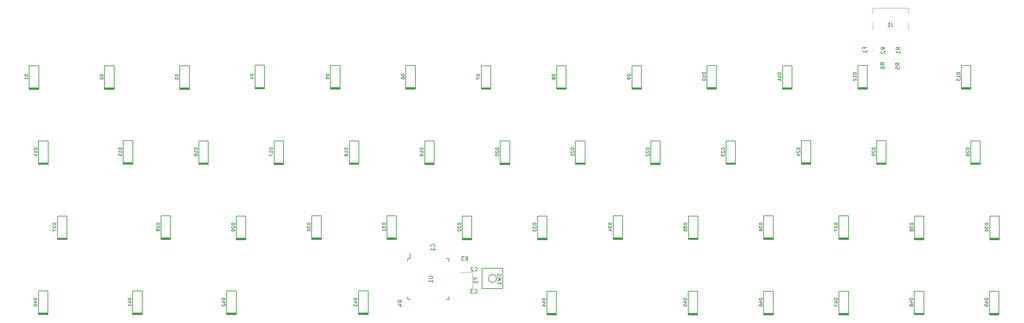
<source format=gbr>
G04 #@! TF.GenerationSoftware,KiCad,Pcbnew,(5.1.5)-3*
G04 #@! TF.CreationDate,2020-05-19T14:28:27+02:00*
G04 #@! TF.ProjectId,40 with arrows,34302520-7769-4746-9820-6172726f7773,rev?*
G04 #@! TF.SameCoordinates,Original*
G04 #@! TF.FileFunction,Legend,Bot*
G04 #@! TF.FilePolarity,Positive*
%FSLAX46Y46*%
G04 Gerber Fmt 4.6, Leading zero omitted, Abs format (unit mm)*
G04 Created by KiCad (PCBNEW (5.1.5)-3) date 2020-05-19 14:28:27*
%MOMM*%
%LPD*%
G04 APERTURE LIST*
%ADD10C,0.120000*%
%ADD11C,0.150000*%
%ADD12C,0.200000*%
G04 APERTURE END LIST*
D10*
X244310000Y-45442779D02*
X244310000Y-45117221D01*
X245330000Y-45442779D02*
X245330000Y-45117221D01*
X245450000Y-40040000D02*
X245450000Y-38240000D01*
X245450000Y-34530000D02*
X245450000Y-35990000D01*
X254390000Y-34530000D02*
X254390000Y-35990000D01*
X254390000Y-40040000D02*
X254390000Y-38240000D01*
X254390000Y-34530000D02*
X245450000Y-34530000D01*
D11*
X146660000Y-100530000D02*
X146660000Y-105730000D01*
X146660000Y-105730000D02*
X151860000Y-105730000D01*
X151860000Y-105730000D02*
X151860000Y-100530000D01*
X151860000Y-100530000D02*
X146660000Y-100530000D01*
X150260000Y-103130000D02*
G75*
G03X150260000Y-103130000I-1000000J0D01*
G01*
D12*
X32120000Y-55210000D02*
X34520000Y-55210000D01*
X32120000Y-49210000D02*
X32120000Y-55210000D01*
X34520000Y-49210000D02*
X32120000Y-49210000D01*
X34520000Y-55210000D02*
X34520000Y-49210000D01*
X34520000Y-54935000D02*
X32120000Y-54935000D01*
X34520000Y-54810000D02*
X32120000Y-54810000D01*
X32120000Y-55085000D02*
X34520000Y-55085000D01*
X51170000Y-55075000D02*
X53570000Y-55075000D01*
X53570000Y-54800000D02*
X51170000Y-54800000D01*
X53570000Y-54925000D02*
X51170000Y-54925000D01*
X53570000Y-55200000D02*
X53570000Y-49200000D01*
X53570000Y-49200000D02*
X51170000Y-49200000D01*
X51170000Y-49200000D02*
X51170000Y-55200000D01*
X51170000Y-55200000D02*
X53570000Y-55200000D01*
X70210000Y-55065000D02*
X72610000Y-55065000D01*
X72610000Y-54790000D02*
X70210000Y-54790000D01*
X72610000Y-54915000D02*
X70210000Y-54915000D01*
X72610000Y-55190000D02*
X72610000Y-49190000D01*
X72610000Y-49190000D02*
X70210000Y-49190000D01*
X70210000Y-49190000D02*
X70210000Y-55190000D01*
X70210000Y-55190000D02*
X72610000Y-55190000D01*
X89200000Y-55090000D02*
X91600000Y-55090000D01*
X89200000Y-49090000D02*
X89200000Y-55090000D01*
X91600000Y-49090000D02*
X89200000Y-49090000D01*
X91600000Y-55090000D02*
X91600000Y-49090000D01*
X91600000Y-54815000D02*
X89200000Y-54815000D01*
X91600000Y-54690000D02*
X89200000Y-54690000D01*
X89200000Y-54965000D02*
X91600000Y-54965000D01*
X108320000Y-54985000D02*
X110720000Y-54985000D01*
X110720000Y-54710000D02*
X108320000Y-54710000D01*
X110720000Y-54835000D02*
X108320000Y-54835000D01*
X110720000Y-55110000D02*
X110720000Y-49110000D01*
X110720000Y-49110000D02*
X108320000Y-49110000D01*
X108320000Y-49110000D02*
X108320000Y-55110000D01*
X108320000Y-55110000D02*
X110720000Y-55110000D01*
X127370000Y-55140000D02*
X129770000Y-55140000D01*
X127370000Y-49140000D02*
X127370000Y-55140000D01*
X129770000Y-49140000D02*
X127370000Y-49140000D01*
X129770000Y-55140000D02*
X129770000Y-49140000D01*
X129770000Y-54865000D02*
X127370000Y-54865000D01*
X129770000Y-54740000D02*
X127370000Y-54740000D01*
X127370000Y-55015000D02*
X129770000Y-55015000D01*
X146440000Y-55055000D02*
X148840000Y-55055000D01*
X148840000Y-54780000D02*
X146440000Y-54780000D01*
X148840000Y-54905000D02*
X146440000Y-54905000D01*
X148840000Y-55180000D02*
X148840000Y-49180000D01*
X148840000Y-49180000D02*
X146440000Y-49180000D01*
X146440000Y-49180000D02*
X146440000Y-55180000D01*
X146440000Y-55180000D02*
X148840000Y-55180000D01*
X165500000Y-55180000D02*
X167900000Y-55180000D01*
X165500000Y-49180000D02*
X165500000Y-55180000D01*
X167900000Y-49180000D02*
X165500000Y-49180000D01*
X167900000Y-55180000D02*
X167900000Y-49180000D01*
X167900000Y-54905000D02*
X165500000Y-54905000D01*
X167900000Y-54780000D02*
X165500000Y-54780000D01*
X165500000Y-55055000D02*
X167900000Y-55055000D01*
X184550000Y-55055000D02*
X186950000Y-55055000D01*
X186950000Y-54780000D02*
X184550000Y-54780000D01*
X186950000Y-54905000D02*
X184550000Y-54905000D01*
X186950000Y-55180000D02*
X186950000Y-49180000D01*
X186950000Y-49180000D02*
X184550000Y-49180000D01*
X184550000Y-49180000D02*
X184550000Y-55180000D01*
X184550000Y-55180000D02*
X186950000Y-55180000D01*
X203530000Y-55120000D02*
X205930000Y-55120000D01*
X203530000Y-49120000D02*
X203530000Y-55120000D01*
X205930000Y-49120000D02*
X203530000Y-49120000D01*
X205930000Y-55120000D02*
X205930000Y-49120000D01*
X205930000Y-54845000D02*
X203530000Y-54845000D01*
X205930000Y-54720000D02*
X203530000Y-54720000D01*
X203530000Y-54995000D02*
X205930000Y-54995000D01*
X222640000Y-55180000D02*
X225040000Y-55180000D01*
X222640000Y-49180000D02*
X222640000Y-55180000D01*
X225040000Y-49180000D02*
X222640000Y-49180000D01*
X225040000Y-55180000D02*
X225040000Y-49180000D01*
X225040000Y-54905000D02*
X222640000Y-54905000D01*
X225040000Y-54780000D02*
X222640000Y-54780000D01*
X222640000Y-55055000D02*
X225040000Y-55055000D01*
X241680000Y-55120000D02*
X244080000Y-55120000D01*
X241680000Y-49120000D02*
X241680000Y-55120000D01*
X244080000Y-49120000D02*
X241680000Y-49120000D01*
X244080000Y-55120000D02*
X244080000Y-49120000D01*
X244080000Y-54845000D02*
X241680000Y-54845000D01*
X244080000Y-54720000D02*
X241680000Y-54720000D01*
X241680000Y-54995000D02*
X244080000Y-54995000D01*
X267870000Y-54995000D02*
X270270000Y-54995000D01*
X270270000Y-54720000D02*
X267870000Y-54720000D01*
X270270000Y-54845000D02*
X267870000Y-54845000D01*
X270270000Y-55120000D02*
X270270000Y-49120000D01*
X270270000Y-49120000D02*
X267870000Y-49120000D01*
X267870000Y-49120000D02*
X267870000Y-55120000D01*
X267870000Y-55120000D02*
X270270000Y-55120000D01*
X34490000Y-74105000D02*
X36890000Y-74105000D01*
X36890000Y-73830000D02*
X34490000Y-73830000D01*
X36890000Y-73955000D02*
X34490000Y-73955000D01*
X36890000Y-74230000D02*
X36890000Y-68230000D01*
X36890000Y-68230000D02*
X34490000Y-68230000D01*
X34490000Y-68230000D02*
X34490000Y-74230000D01*
X34490000Y-74230000D02*
X36890000Y-74230000D01*
X55890000Y-74075000D02*
X58290000Y-74075000D01*
X58290000Y-73800000D02*
X55890000Y-73800000D01*
X58290000Y-73925000D02*
X55890000Y-73925000D01*
X58290000Y-74200000D02*
X58290000Y-68200000D01*
X58290000Y-68200000D02*
X55890000Y-68200000D01*
X55890000Y-68200000D02*
X55890000Y-74200000D01*
X55890000Y-74200000D02*
X58290000Y-74200000D01*
X74990000Y-74105000D02*
X77390000Y-74105000D01*
X77390000Y-73830000D02*
X74990000Y-73830000D01*
X77390000Y-73955000D02*
X74990000Y-73955000D01*
X77390000Y-74230000D02*
X77390000Y-68230000D01*
X77390000Y-68230000D02*
X74990000Y-68230000D01*
X74990000Y-68230000D02*
X74990000Y-74230000D01*
X74990000Y-74230000D02*
X77390000Y-74230000D01*
X94030000Y-74250000D02*
X96430000Y-74250000D01*
X94030000Y-68250000D02*
X94030000Y-74250000D01*
X96430000Y-68250000D02*
X94030000Y-68250000D01*
X96430000Y-74250000D02*
X96430000Y-68250000D01*
X96430000Y-73975000D02*
X94030000Y-73975000D01*
X96430000Y-73850000D02*
X94030000Y-73850000D01*
X94030000Y-74125000D02*
X96430000Y-74125000D01*
X113070000Y-74105000D02*
X115470000Y-74105000D01*
X115470000Y-73830000D02*
X113070000Y-73830000D01*
X115470000Y-73955000D02*
X113070000Y-73955000D01*
X115470000Y-74230000D02*
X115470000Y-68230000D01*
X115470000Y-68230000D02*
X113070000Y-68230000D01*
X113070000Y-68230000D02*
X113070000Y-74230000D01*
X113070000Y-74230000D02*
X115470000Y-74230000D01*
X132130000Y-74240000D02*
X134530000Y-74240000D01*
X132130000Y-68240000D02*
X132130000Y-74240000D01*
X134530000Y-68240000D02*
X132130000Y-68240000D01*
X134530000Y-74240000D02*
X134530000Y-68240000D01*
X134530000Y-73965000D02*
X132130000Y-73965000D01*
X134530000Y-73840000D02*
X132130000Y-73840000D01*
X132130000Y-74115000D02*
X134530000Y-74115000D01*
X151220000Y-74125000D02*
X153620000Y-74125000D01*
X153620000Y-73850000D02*
X151220000Y-73850000D01*
X153620000Y-73975000D02*
X151220000Y-73975000D01*
X153620000Y-74250000D02*
X153620000Y-68250000D01*
X153620000Y-68250000D02*
X151220000Y-68250000D01*
X151220000Y-68250000D02*
X151220000Y-74250000D01*
X151220000Y-74250000D02*
X153620000Y-74250000D01*
X170270000Y-74230000D02*
X172670000Y-74230000D01*
X170270000Y-68230000D02*
X170270000Y-74230000D01*
X172670000Y-68230000D02*
X170270000Y-68230000D01*
X172670000Y-74230000D02*
X172670000Y-68230000D01*
X172670000Y-73955000D02*
X170270000Y-73955000D01*
X172670000Y-73830000D02*
X170270000Y-73830000D01*
X170270000Y-74105000D02*
X172670000Y-74105000D01*
X189290000Y-74115000D02*
X191690000Y-74115000D01*
X191690000Y-73840000D02*
X189290000Y-73840000D01*
X191690000Y-73965000D02*
X189290000Y-73965000D01*
X191690000Y-74240000D02*
X191690000Y-68240000D01*
X191690000Y-68240000D02*
X189290000Y-68240000D01*
X189290000Y-68240000D02*
X189290000Y-74240000D01*
X189290000Y-74240000D02*
X191690000Y-74240000D01*
X208350000Y-74230000D02*
X210750000Y-74230000D01*
X208350000Y-68230000D02*
X208350000Y-74230000D01*
X210750000Y-68230000D02*
X208350000Y-68230000D01*
X210750000Y-74230000D02*
X210750000Y-68230000D01*
X210750000Y-73955000D02*
X208350000Y-73955000D01*
X210750000Y-73830000D02*
X208350000Y-73830000D01*
X208350000Y-74105000D02*
X210750000Y-74105000D01*
X227400000Y-74085000D02*
X229800000Y-74085000D01*
X229800000Y-73810000D02*
X227400000Y-73810000D01*
X229800000Y-73935000D02*
X227400000Y-73935000D01*
X229800000Y-74210000D02*
X229800000Y-68210000D01*
X229800000Y-68210000D02*
X227400000Y-68210000D01*
X227400000Y-68210000D02*
X227400000Y-74210000D01*
X227400000Y-74210000D02*
X229800000Y-74210000D01*
X246440000Y-74220000D02*
X248840000Y-74220000D01*
X246440000Y-68220000D02*
X246440000Y-74220000D01*
X248840000Y-68220000D02*
X246440000Y-68220000D01*
X248840000Y-74220000D02*
X248840000Y-68220000D01*
X248840000Y-73945000D02*
X246440000Y-73945000D01*
X248840000Y-73820000D02*
X246440000Y-73820000D01*
X246440000Y-74095000D02*
X248840000Y-74095000D01*
X270250000Y-74105000D02*
X272650000Y-74105000D01*
X272650000Y-73830000D02*
X270250000Y-73830000D01*
X272650000Y-73955000D02*
X270250000Y-73955000D01*
X272650000Y-74230000D02*
X272650000Y-68230000D01*
X272650000Y-68230000D02*
X270250000Y-68230000D01*
X270250000Y-68230000D02*
X270250000Y-74230000D01*
X270250000Y-74230000D02*
X272650000Y-74230000D01*
X39240000Y-93280000D02*
X41640000Y-93280000D01*
X39240000Y-87280000D02*
X39240000Y-93280000D01*
X41640000Y-87280000D02*
X39240000Y-87280000D01*
X41640000Y-93280000D02*
X41640000Y-87280000D01*
X41640000Y-93005000D02*
X39240000Y-93005000D01*
X41640000Y-92880000D02*
X39240000Y-92880000D01*
X39240000Y-93155000D02*
X41640000Y-93155000D01*
X65430000Y-93135000D02*
X67830000Y-93135000D01*
X67830000Y-92860000D02*
X65430000Y-92860000D01*
X67830000Y-92985000D02*
X65430000Y-92985000D01*
X67830000Y-93260000D02*
X67830000Y-87260000D01*
X67830000Y-87260000D02*
X65430000Y-87260000D01*
X65430000Y-87260000D02*
X65430000Y-93260000D01*
X65430000Y-93260000D02*
X67830000Y-93260000D01*
X84490000Y-93165000D02*
X86890000Y-93165000D01*
X86890000Y-92890000D02*
X84490000Y-92890000D01*
X86890000Y-93015000D02*
X84490000Y-93015000D01*
X86890000Y-93290000D02*
X86890000Y-87290000D01*
X86890000Y-87290000D02*
X84490000Y-87290000D01*
X84490000Y-87290000D02*
X84490000Y-93290000D01*
X84490000Y-93290000D02*
X86890000Y-93290000D01*
X103560000Y-93250000D02*
X105960000Y-93250000D01*
X103560000Y-87250000D02*
X103560000Y-93250000D01*
X105960000Y-87250000D02*
X103560000Y-87250000D01*
X105960000Y-93250000D02*
X105960000Y-87250000D01*
X105960000Y-92975000D02*
X103560000Y-92975000D01*
X105960000Y-92850000D02*
X103560000Y-92850000D01*
X103560000Y-93125000D02*
X105960000Y-93125000D01*
X122580000Y-93260000D02*
X124980000Y-93260000D01*
X122580000Y-87260000D02*
X122580000Y-93260000D01*
X124980000Y-87260000D02*
X122580000Y-87260000D01*
X124980000Y-93260000D02*
X124980000Y-87260000D01*
X124980000Y-92985000D02*
X122580000Y-92985000D01*
X124980000Y-92860000D02*
X122580000Y-92860000D01*
X122580000Y-93135000D02*
X124980000Y-93135000D01*
X141650000Y-93165000D02*
X144050000Y-93165000D01*
X144050000Y-92890000D02*
X141650000Y-92890000D01*
X144050000Y-93015000D02*
X141650000Y-93015000D01*
X144050000Y-93290000D02*
X144050000Y-87290000D01*
X144050000Y-87290000D02*
X141650000Y-87290000D01*
X141650000Y-87290000D02*
X141650000Y-93290000D01*
X141650000Y-93290000D02*
X144050000Y-93290000D01*
X160700000Y-93290000D02*
X163100000Y-93290000D01*
X160700000Y-87290000D02*
X160700000Y-93290000D01*
X163100000Y-87290000D02*
X160700000Y-87290000D01*
X163100000Y-93290000D02*
X163100000Y-87290000D01*
X163100000Y-93015000D02*
X160700000Y-93015000D01*
X163100000Y-92890000D02*
X160700000Y-92890000D01*
X160700000Y-93165000D02*
X163100000Y-93165000D01*
X179800000Y-93125000D02*
X182200000Y-93125000D01*
X182200000Y-92850000D02*
X179800000Y-92850000D01*
X182200000Y-92975000D02*
X179800000Y-92975000D01*
X182200000Y-93250000D02*
X182200000Y-87250000D01*
X182200000Y-87250000D02*
X179800000Y-87250000D01*
X179800000Y-87250000D02*
X179800000Y-93250000D01*
X179800000Y-93250000D02*
X182200000Y-93250000D01*
X198840000Y-93280000D02*
X201240000Y-93280000D01*
X198840000Y-87280000D02*
X198840000Y-93280000D01*
X201240000Y-87280000D02*
X198840000Y-87280000D01*
X201240000Y-93280000D02*
X201240000Y-87280000D01*
X201240000Y-93005000D02*
X198840000Y-93005000D01*
X201240000Y-92880000D02*
X198840000Y-92880000D01*
X198840000Y-93155000D02*
X201240000Y-93155000D01*
X217880000Y-93115000D02*
X220280000Y-93115000D01*
X220280000Y-92840000D02*
X217880000Y-92840000D01*
X220280000Y-92965000D02*
X217880000Y-92965000D01*
X220280000Y-93240000D02*
X220280000Y-87240000D01*
X220280000Y-87240000D02*
X217880000Y-87240000D01*
X217880000Y-87240000D02*
X217880000Y-93240000D01*
X217880000Y-93240000D02*
X220280000Y-93240000D01*
X236920000Y-93240000D02*
X239320000Y-93240000D01*
X236920000Y-87240000D02*
X236920000Y-93240000D01*
X239320000Y-87240000D02*
X236920000Y-87240000D01*
X239320000Y-93240000D02*
X239320000Y-87240000D01*
X239320000Y-92965000D02*
X236920000Y-92965000D01*
X239320000Y-92840000D02*
X236920000Y-92840000D01*
X236920000Y-93115000D02*
X239320000Y-93115000D01*
X256020000Y-93175000D02*
X258420000Y-93175000D01*
X258420000Y-92900000D02*
X256020000Y-92900000D01*
X258420000Y-93025000D02*
X256020000Y-93025000D01*
X258420000Y-93300000D02*
X258420000Y-87300000D01*
X258420000Y-87300000D02*
X256020000Y-87300000D01*
X256020000Y-87300000D02*
X256020000Y-93300000D01*
X256020000Y-93300000D02*
X258420000Y-93300000D01*
X275050000Y-93300000D02*
X277450000Y-93300000D01*
X275050000Y-87300000D02*
X275050000Y-93300000D01*
X277450000Y-87300000D02*
X275050000Y-87300000D01*
X277450000Y-93300000D02*
X277450000Y-87300000D01*
X277450000Y-93025000D02*
X275050000Y-93025000D01*
X277450000Y-92900000D02*
X275050000Y-92900000D01*
X275050000Y-93175000D02*
X277450000Y-93175000D01*
X34430000Y-112290000D02*
X36830000Y-112290000D01*
X34430000Y-106290000D02*
X34430000Y-112290000D01*
X36830000Y-106290000D02*
X34430000Y-106290000D01*
X36830000Y-112290000D02*
X36830000Y-106290000D01*
X36830000Y-112015000D02*
X34430000Y-112015000D01*
X36830000Y-111890000D02*
X34430000Y-111890000D01*
X34430000Y-112165000D02*
X36830000Y-112165000D01*
X58270000Y-112185000D02*
X60670000Y-112185000D01*
X60670000Y-111910000D02*
X58270000Y-111910000D01*
X60670000Y-112035000D02*
X58270000Y-112035000D01*
X60670000Y-112310000D02*
X60670000Y-106310000D01*
X60670000Y-106310000D02*
X58270000Y-106310000D01*
X58270000Y-106310000D02*
X58270000Y-112310000D01*
X58270000Y-112310000D02*
X60670000Y-112310000D01*
X82050000Y-112300000D02*
X84450000Y-112300000D01*
X82050000Y-106300000D02*
X82050000Y-112300000D01*
X84450000Y-106300000D02*
X82050000Y-106300000D01*
X84450000Y-112300000D02*
X84450000Y-106300000D01*
X84450000Y-112025000D02*
X82050000Y-112025000D01*
X84450000Y-111900000D02*
X82050000Y-111900000D01*
X82050000Y-112175000D02*
X84450000Y-112175000D01*
X115410000Y-112175000D02*
X117810000Y-112175000D01*
X117810000Y-111900000D02*
X115410000Y-111900000D01*
X117810000Y-112025000D02*
X115410000Y-112025000D01*
X117810000Y-112300000D02*
X117810000Y-106300000D01*
X117810000Y-106300000D02*
X115410000Y-106300000D01*
X115410000Y-106300000D02*
X115410000Y-112300000D01*
X115410000Y-112300000D02*
X117810000Y-112300000D01*
X163050000Y-112360000D02*
X165450000Y-112360000D01*
X163050000Y-106360000D02*
X163050000Y-112360000D01*
X165450000Y-106360000D02*
X163050000Y-106360000D01*
X165450000Y-112360000D02*
X165450000Y-106360000D01*
X165450000Y-112085000D02*
X163050000Y-112085000D01*
X165450000Y-111960000D02*
X163050000Y-111960000D01*
X163050000Y-112235000D02*
X165450000Y-112235000D01*
X198760000Y-112225000D02*
X201160000Y-112225000D01*
X201160000Y-111950000D02*
X198760000Y-111950000D01*
X201160000Y-112075000D02*
X198760000Y-112075000D01*
X201160000Y-112350000D02*
X201160000Y-106350000D01*
X201160000Y-106350000D02*
X198760000Y-106350000D01*
X198760000Y-106350000D02*
X198760000Y-112350000D01*
X198760000Y-112350000D02*
X201160000Y-112350000D01*
X217860000Y-112350000D02*
X220260000Y-112350000D01*
X217860000Y-106350000D02*
X217860000Y-112350000D01*
X220260000Y-106350000D02*
X217860000Y-106350000D01*
X220260000Y-112350000D02*
X220260000Y-106350000D01*
X220260000Y-112075000D02*
X217860000Y-112075000D01*
X220260000Y-111950000D02*
X217860000Y-111950000D01*
X217860000Y-112225000D02*
X220260000Y-112225000D01*
X236930000Y-112225000D02*
X239330000Y-112225000D01*
X239330000Y-111950000D02*
X236930000Y-111950000D01*
X239330000Y-112075000D02*
X236930000Y-112075000D01*
X239330000Y-112350000D02*
X239330000Y-106350000D01*
X239330000Y-106350000D02*
X236930000Y-106350000D01*
X236930000Y-106350000D02*
X236930000Y-112350000D01*
X236930000Y-112350000D02*
X239330000Y-112350000D01*
X255980000Y-112205000D02*
X258380000Y-112205000D01*
X258380000Y-111930000D02*
X255980000Y-111930000D01*
X258380000Y-112055000D02*
X255980000Y-112055000D01*
X258380000Y-112330000D02*
X258380000Y-106330000D01*
X258380000Y-106330000D02*
X255980000Y-106330000D01*
X255980000Y-106330000D02*
X255980000Y-112330000D01*
X255980000Y-112330000D02*
X258380000Y-112330000D01*
X275000000Y-112340000D02*
X277400000Y-112340000D01*
X275000000Y-106340000D02*
X275000000Y-112340000D01*
X277400000Y-106340000D02*
X275000000Y-106340000D01*
X277400000Y-112340000D02*
X277400000Y-106340000D01*
X277400000Y-112065000D02*
X275000000Y-112065000D01*
X277400000Y-111940000D02*
X275000000Y-111940000D01*
X275000000Y-112215000D02*
X277400000Y-112215000D01*
D11*
X127875000Y-98075000D02*
X128450000Y-98075000D01*
X127875000Y-108425000D02*
X128550000Y-108425000D01*
X138225000Y-108425000D02*
X137550000Y-108425000D01*
X138225000Y-98075000D02*
X137550000Y-98075000D01*
X127875000Y-98075000D02*
X127875000Y-98750000D01*
X138225000Y-98075000D02*
X138225000Y-98750000D01*
X138225000Y-108425000D02*
X138225000Y-107750000D01*
X127875000Y-108425000D02*
X127875000Y-107750000D01*
X128450000Y-98075000D02*
X128450000Y-96800000D01*
D10*
X141040000Y-101600000D02*
X144240000Y-101600000D01*
X144240000Y-101600000D02*
X144240000Y-105600000D01*
D11*
X243388571Y-44896666D02*
X243388571Y-44563333D01*
X243912380Y-44563333D02*
X242912380Y-44563333D01*
X242912380Y-45039523D01*
X243912380Y-45944285D02*
X243912380Y-45372857D01*
X243912380Y-45658571D02*
X242912380Y-45658571D01*
X243055238Y-45563333D01*
X243150476Y-45468095D01*
X243198095Y-45372857D01*
X250263333Y-38272380D02*
X250263333Y-38986666D01*
X250310952Y-39129523D01*
X250406190Y-39224761D01*
X250549047Y-39272380D01*
X250644285Y-39272380D01*
X249263333Y-39272380D02*
X249834761Y-39272380D01*
X249549047Y-39272380D02*
X249549047Y-38272380D01*
X249644285Y-38415238D01*
X249739523Y-38510476D01*
X249834761Y-38558095D01*
X151454761Y-101976666D02*
X151502380Y-102119523D01*
X151502380Y-102357619D01*
X151454761Y-102452857D01*
X151407142Y-102500476D01*
X151311904Y-102548095D01*
X151216666Y-102548095D01*
X151121428Y-102500476D01*
X151073809Y-102452857D01*
X151026190Y-102357619D01*
X150978571Y-102167142D01*
X150930952Y-102071904D01*
X150883333Y-102024285D01*
X150788095Y-101976666D01*
X150692857Y-101976666D01*
X150597619Y-102024285D01*
X150550000Y-102071904D01*
X150502380Y-102167142D01*
X150502380Y-102405238D01*
X150550000Y-102548095D01*
X150502380Y-102881428D02*
X151502380Y-103119523D01*
X150788095Y-103310000D01*
X151502380Y-103500476D01*
X150502380Y-103738571D01*
X151502380Y-104643333D02*
X151502380Y-104071904D01*
X151502380Y-104357619D02*
X150502380Y-104357619D01*
X150645238Y-104262380D01*
X150740476Y-104167142D01*
X150788095Y-104071904D01*
X134567142Y-95078333D02*
X134614761Y-95030714D01*
X134662380Y-94887857D01*
X134662380Y-94792619D01*
X134614761Y-94649761D01*
X134519523Y-94554523D01*
X134424285Y-94506904D01*
X134233809Y-94459285D01*
X134090952Y-94459285D01*
X133900476Y-94506904D01*
X133805238Y-94554523D01*
X133710000Y-94649761D01*
X133662380Y-94792619D01*
X133662380Y-94887857D01*
X133710000Y-95030714D01*
X133757619Y-95078333D01*
X134662380Y-96030714D02*
X134662380Y-95459285D01*
X134662380Y-95745000D02*
X133662380Y-95745000D01*
X133805238Y-95649761D01*
X133900476Y-95554523D01*
X133948095Y-95459285D01*
X144766666Y-101177142D02*
X144814285Y-101224761D01*
X144957142Y-101272380D01*
X145052380Y-101272380D01*
X145195238Y-101224761D01*
X145290476Y-101129523D01*
X145338095Y-101034285D01*
X145385714Y-100843809D01*
X145385714Y-100700952D01*
X145338095Y-100510476D01*
X145290476Y-100415238D01*
X145195238Y-100320000D01*
X145052380Y-100272380D01*
X144957142Y-100272380D01*
X144814285Y-100320000D01*
X144766666Y-100367619D01*
X144385714Y-100367619D02*
X144338095Y-100320000D01*
X144242857Y-100272380D01*
X144004761Y-100272380D01*
X143909523Y-100320000D01*
X143861904Y-100367619D01*
X143814285Y-100462857D01*
X143814285Y-100558095D01*
X143861904Y-100700952D01*
X144433333Y-101272380D01*
X143814285Y-101272380D01*
X144716666Y-106787142D02*
X144764285Y-106834761D01*
X144907142Y-106882380D01*
X145002380Y-106882380D01*
X145145238Y-106834761D01*
X145240476Y-106739523D01*
X145288095Y-106644285D01*
X145335714Y-106453809D01*
X145335714Y-106310952D01*
X145288095Y-106120476D01*
X145240476Y-106025238D01*
X145145238Y-105930000D01*
X145002380Y-105882380D01*
X144907142Y-105882380D01*
X144764285Y-105930000D01*
X144716666Y-105977619D01*
X144383333Y-105882380D02*
X143764285Y-105882380D01*
X144097619Y-106263333D01*
X143954761Y-106263333D01*
X143859523Y-106310952D01*
X143811904Y-106358571D01*
X143764285Y-106453809D01*
X143764285Y-106691904D01*
X143811904Y-106787142D01*
X143859523Y-106834761D01*
X143954761Y-106882380D01*
X144240476Y-106882380D01*
X144335714Y-106834761D01*
X144383333Y-106787142D01*
X31756904Y-51419523D02*
X30956904Y-51419523D01*
X30956904Y-51610000D01*
X30995000Y-51724285D01*
X31071190Y-51800476D01*
X31147380Y-51838571D01*
X31299761Y-51876666D01*
X31414047Y-51876666D01*
X31566428Y-51838571D01*
X31642619Y-51800476D01*
X31718809Y-51724285D01*
X31756904Y-51610000D01*
X31756904Y-51419523D01*
X31756904Y-52638571D02*
X31756904Y-52181428D01*
X31756904Y-52410000D02*
X30956904Y-52410000D01*
X31071190Y-52333809D01*
X31147380Y-52257619D01*
X31185476Y-52181428D01*
X50806904Y-51409523D02*
X50006904Y-51409523D01*
X50006904Y-51600000D01*
X50045000Y-51714285D01*
X50121190Y-51790476D01*
X50197380Y-51828571D01*
X50349761Y-51866666D01*
X50464047Y-51866666D01*
X50616428Y-51828571D01*
X50692619Y-51790476D01*
X50768809Y-51714285D01*
X50806904Y-51600000D01*
X50806904Y-51409523D01*
X50083095Y-52171428D02*
X50045000Y-52209523D01*
X50006904Y-52285714D01*
X50006904Y-52476190D01*
X50045000Y-52552380D01*
X50083095Y-52590476D01*
X50159285Y-52628571D01*
X50235476Y-52628571D01*
X50349761Y-52590476D01*
X50806904Y-52133333D01*
X50806904Y-52628571D01*
X69846904Y-51399523D02*
X69046904Y-51399523D01*
X69046904Y-51590000D01*
X69085000Y-51704285D01*
X69161190Y-51780476D01*
X69237380Y-51818571D01*
X69389761Y-51856666D01*
X69504047Y-51856666D01*
X69656428Y-51818571D01*
X69732619Y-51780476D01*
X69808809Y-51704285D01*
X69846904Y-51590000D01*
X69846904Y-51399523D01*
X69046904Y-52123333D02*
X69046904Y-52618571D01*
X69351666Y-52351904D01*
X69351666Y-52466190D01*
X69389761Y-52542380D01*
X69427857Y-52580476D01*
X69504047Y-52618571D01*
X69694523Y-52618571D01*
X69770714Y-52580476D01*
X69808809Y-52542380D01*
X69846904Y-52466190D01*
X69846904Y-52237619D01*
X69808809Y-52161428D01*
X69770714Y-52123333D01*
X88836904Y-51299523D02*
X88036904Y-51299523D01*
X88036904Y-51490000D01*
X88075000Y-51604285D01*
X88151190Y-51680476D01*
X88227380Y-51718571D01*
X88379761Y-51756666D01*
X88494047Y-51756666D01*
X88646428Y-51718571D01*
X88722619Y-51680476D01*
X88798809Y-51604285D01*
X88836904Y-51490000D01*
X88836904Y-51299523D01*
X88303571Y-52442380D02*
X88836904Y-52442380D01*
X87998809Y-52251904D02*
X88570238Y-52061428D01*
X88570238Y-52556666D01*
X107956904Y-51319523D02*
X107156904Y-51319523D01*
X107156904Y-51510000D01*
X107195000Y-51624285D01*
X107271190Y-51700476D01*
X107347380Y-51738571D01*
X107499761Y-51776666D01*
X107614047Y-51776666D01*
X107766428Y-51738571D01*
X107842619Y-51700476D01*
X107918809Y-51624285D01*
X107956904Y-51510000D01*
X107956904Y-51319523D01*
X107156904Y-52500476D02*
X107156904Y-52119523D01*
X107537857Y-52081428D01*
X107499761Y-52119523D01*
X107461666Y-52195714D01*
X107461666Y-52386190D01*
X107499761Y-52462380D01*
X107537857Y-52500476D01*
X107614047Y-52538571D01*
X107804523Y-52538571D01*
X107880714Y-52500476D01*
X107918809Y-52462380D01*
X107956904Y-52386190D01*
X107956904Y-52195714D01*
X107918809Y-52119523D01*
X107880714Y-52081428D01*
X127006904Y-51349523D02*
X126206904Y-51349523D01*
X126206904Y-51540000D01*
X126245000Y-51654285D01*
X126321190Y-51730476D01*
X126397380Y-51768571D01*
X126549761Y-51806666D01*
X126664047Y-51806666D01*
X126816428Y-51768571D01*
X126892619Y-51730476D01*
X126968809Y-51654285D01*
X127006904Y-51540000D01*
X127006904Y-51349523D01*
X126206904Y-52492380D02*
X126206904Y-52340000D01*
X126245000Y-52263809D01*
X126283095Y-52225714D01*
X126397380Y-52149523D01*
X126549761Y-52111428D01*
X126854523Y-52111428D01*
X126930714Y-52149523D01*
X126968809Y-52187619D01*
X127006904Y-52263809D01*
X127006904Y-52416190D01*
X126968809Y-52492380D01*
X126930714Y-52530476D01*
X126854523Y-52568571D01*
X126664047Y-52568571D01*
X126587857Y-52530476D01*
X126549761Y-52492380D01*
X126511666Y-52416190D01*
X126511666Y-52263809D01*
X126549761Y-52187619D01*
X126587857Y-52149523D01*
X126664047Y-52111428D01*
X146076904Y-51389523D02*
X145276904Y-51389523D01*
X145276904Y-51580000D01*
X145315000Y-51694285D01*
X145391190Y-51770476D01*
X145467380Y-51808571D01*
X145619761Y-51846666D01*
X145734047Y-51846666D01*
X145886428Y-51808571D01*
X145962619Y-51770476D01*
X146038809Y-51694285D01*
X146076904Y-51580000D01*
X146076904Y-51389523D01*
X145276904Y-52113333D02*
X145276904Y-52646666D01*
X146076904Y-52303809D01*
X165136904Y-51389523D02*
X164336904Y-51389523D01*
X164336904Y-51580000D01*
X164375000Y-51694285D01*
X164451190Y-51770476D01*
X164527380Y-51808571D01*
X164679761Y-51846666D01*
X164794047Y-51846666D01*
X164946428Y-51808571D01*
X165022619Y-51770476D01*
X165098809Y-51694285D01*
X165136904Y-51580000D01*
X165136904Y-51389523D01*
X164679761Y-52303809D02*
X164641666Y-52227619D01*
X164603571Y-52189523D01*
X164527380Y-52151428D01*
X164489285Y-52151428D01*
X164413095Y-52189523D01*
X164375000Y-52227619D01*
X164336904Y-52303809D01*
X164336904Y-52456190D01*
X164375000Y-52532380D01*
X164413095Y-52570476D01*
X164489285Y-52608571D01*
X164527380Y-52608571D01*
X164603571Y-52570476D01*
X164641666Y-52532380D01*
X164679761Y-52456190D01*
X164679761Y-52303809D01*
X164717857Y-52227619D01*
X164755952Y-52189523D01*
X164832142Y-52151428D01*
X164984523Y-52151428D01*
X165060714Y-52189523D01*
X165098809Y-52227619D01*
X165136904Y-52303809D01*
X165136904Y-52456190D01*
X165098809Y-52532380D01*
X165060714Y-52570476D01*
X164984523Y-52608571D01*
X164832142Y-52608571D01*
X164755952Y-52570476D01*
X164717857Y-52532380D01*
X164679761Y-52456190D01*
X184186904Y-51389523D02*
X183386904Y-51389523D01*
X183386904Y-51580000D01*
X183425000Y-51694285D01*
X183501190Y-51770476D01*
X183577380Y-51808571D01*
X183729761Y-51846666D01*
X183844047Y-51846666D01*
X183996428Y-51808571D01*
X184072619Y-51770476D01*
X184148809Y-51694285D01*
X184186904Y-51580000D01*
X184186904Y-51389523D01*
X184186904Y-52227619D02*
X184186904Y-52380000D01*
X184148809Y-52456190D01*
X184110714Y-52494285D01*
X183996428Y-52570476D01*
X183844047Y-52608571D01*
X183539285Y-52608571D01*
X183463095Y-52570476D01*
X183425000Y-52532380D01*
X183386904Y-52456190D01*
X183386904Y-52303809D01*
X183425000Y-52227619D01*
X183463095Y-52189523D01*
X183539285Y-52151428D01*
X183729761Y-52151428D01*
X183805952Y-52189523D01*
X183844047Y-52227619D01*
X183882142Y-52303809D01*
X183882142Y-52456190D01*
X183844047Y-52532380D01*
X183805952Y-52570476D01*
X183729761Y-52608571D01*
X203166904Y-50948571D02*
X202366904Y-50948571D01*
X202366904Y-51139047D01*
X202405000Y-51253333D01*
X202481190Y-51329523D01*
X202557380Y-51367619D01*
X202709761Y-51405714D01*
X202824047Y-51405714D01*
X202976428Y-51367619D01*
X203052619Y-51329523D01*
X203128809Y-51253333D01*
X203166904Y-51139047D01*
X203166904Y-50948571D01*
X203166904Y-52167619D02*
X203166904Y-51710476D01*
X203166904Y-51939047D02*
X202366904Y-51939047D01*
X202481190Y-51862857D01*
X202557380Y-51786666D01*
X202595476Y-51710476D01*
X202366904Y-52662857D02*
X202366904Y-52739047D01*
X202405000Y-52815238D01*
X202443095Y-52853333D01*
X202519285Y-52891428D01*
X202671666Y-52929523D01*
X202862142Y-52929523D01*
X203014523Y-52891428D01*
X203090714Y-52853333D01*
X203128809Y-52815238D01*
X203166904Y-52739047D01*
X203166904Y-52662857D01*
X203128809Y-52586666D01*
X203090714Y-52548571D01*
X203014523Y-52510476D01*
X202862142Y-52472380D01*
X202671666Y-52472380D01*
X202519285Y-52510476D01*
X202443095Y-52548571D01*
X202405000Y-52586666D01*
X202366904Y-52662857D01*
X222276904Y-51008571D02*
X221476904Y-51008571D01*
X221476904Y-51199047D01*
X221515000Y-51313333D01*
X221591190Y-51389523D01*
X221667380Y-51427619D01*
X221819761Y-51465714D01*
X221934047Y-51465714D01*
X222086428Y-51427619D01*
X222162619Y-51389523D01*
X222238809Y-51313333D01*
X222276904Y-51199047D01*
X222276904Y-51008571D01*
X222276904Y-52227619D02*
X222276904Y-51770476D01*
X222276904Y-51999047D02*
X221476904Y-51999047D01*
X221591190Y-51922857D01*
X221667380Y-51846666D01*
X221705476Y-51770476D01*
X222276904Y-52989523D02*
X222276904Y-52532380D01*
X222276904Y-52760952D02*
X221476904Y-52760952D01*
X221591190Y-52684761D01*
X221667380Y-52608571D01*
X221705476Y-52532380D01*
X241316904Y-50948571D02*
X240516904Y-50948571D01*
X240516904Y-51139047D01*
X240555000Y-51253333D01*
X240631190Y-51329523D01*
X240707380Y-51367619D01*
X240859761Y-51405714D01*
X240974047Y-51405714D01*
X241126428Y-51367619D01*
X241202619Y-51329523D01*
X241278809Y-51253333D01*
X241316904Y-51139047D01*
X241316904Y-50948571D01*
X241316904Y-52167619D02*
X241316904Y-51710476D01*
X241316904Y-51939047D02*
X240516904Y-51939047D01*
X240631190Y-51862857D01*
X240707380Y-51786666D01*
X240745476Y-51710476D01*
X240593095Y-52472380D02*
X240555000Y-52510476D01*
X240516904Y-52586666D01*
X240516904Y-52777142D01*
X240555000Y-52853333D01*
X240593095Y-52891428D01*
X240669285Y-52929523D01*
X240745476Y-52929523D01*
X240859761Y-52891428D01*
X241316904Y-52434285D01*
X241316904Y-52929523D01*
X267506904Y-50948571D02*
X266706904Y-50948571D01*
X266706904Y-51139047D01*
X266745000Y-51253333D01*
X266821190Y-51329523D01*
X266897380Y-51367619D01*
X267049761Y-51405714D01*
X267164047Y-51405714D01*
X267316428Y-51367619D01*
X267392619Y-51329523D01*
X267468809Y-51253333D01*
X267506904Y-51139047D01*
X267506904Y-50948571D01*
X267506904Y-52167619D02*
X267506904Y-51710476D01*
X267506904Y-51939047D02*
X266706904Y-51939047D01*
X266821190Y-51862857D01*
X266897380Y-51786666D01*
X266935476Y-51710476D01*
X266706904Y-52434285D02*
X266706904Y-52929523D01*
X267011666Y-52662857D01*
X267011666Y-52777142D01*
X267049761Y-52853333D01*
X267087857Y-52891428D01*
X267164047Y-52929523D01*
X267354523Y-52929523D01*
X267430714Y-52891428D01*
X267468809Y-52853333D01*
X267506904Y-52777142D01*
X267506904Y-52548571D01*
X267468809Y-52472380D01*
X267430714Y-52434285D01*
X34126904Y-70058571D02*
X33326904Y-70058571D01*
X33326904Y-70249047D01*
X33365000Y-70363333D01*
X33441190Y-70439523D01*
X33517380Y-70477619D01*
X33669761Y-70515714D01*
X33784047Y-70515714D01*
X33936428Y-70477619D01*
X34012619Y-70439523D01*
X34088809Y-70363333D01*
X34126904Y-70249047D01*
X34126904Y-70058571D01*
X34126904Y-71277619D02*
X34126904Y-70820476D01*
X34126904Y-71049047D02*
X33326904Y-71049047D01*
X33441190Y-70972857D01*
X33517380Y-70896666D01*
X33555476Y-70820476D01*
X33593571Y-71963333D02*
X34126904Y-71963333D01*
X33288809Y-71772857D02*
X33860238Y-71582380D01*
X33860238Y-72077619D01*
X55526904Y-70028571D02*
X54726904Y-70028571D01*
X54726904Y-70219047D01*
X54765000Y-70333333D01*
X54841190Y-70409523D01*
X54917380Y-70447619D01*
X55069761Y-70485714D01*
X55184047Y-70485714D01*
X55336428Y-70447619D01*
X55412619Y-70409523D01*
X55488809Y-70333333D01*
X55526904Y-70219047D01*
X55526904Y-70028571D01*
X55526904Y-71247619D02*
X55526904Y-70790476D01*
X55526904Y-71019047D02*
X54726904Y-71019047D01*
X54841190Y-70942857D01*
X54917380Y-70866666D01*
X54955476Y-70790476D01*
X54726904Y-71971428D02*
X54726904Y-71590476D01*
X55107857Y-71552380D01*
X55069761Y-71590476D01*
X55031666Y-71666666D01*
X55031666Y-71857142D01*
X55069761Y-71933333D01*
X55107857Y-71971428D01*
X55184047Y-72009523D01*
X55374523Y-72009523D01*
X55450714Y-71971428D01*
X55488809Y-71933333D01*
X55526904Y-71857142D01*
X55526904Y-71666666D01*
X55488809Y-71590476D01*
X55450714Y-71552380D01*
X74626904Y-70058571D02*
X73826904Y-70058571D01*
X73826904Y-70249047D01*
X73865000Y-70363333D01*
X73941190Y-70439523D01*
X74017380Y-70477619D01*
X74169761Y-70515714D01*
X74284047Y-70515714D01*
X74436428Y-70477619D01*
X74512619Y-70439523D01*
X74588809Y-70363333D01*
X74626904Y-70249047D01*
X74626904Y-70058571D01*
X74626904Y-71277619D02*
X74626904Y-70820476D01*
X74626904Y-71049047D02*
X73826904Y-71049047D01*
X73941190Y-70972857D01*
X74017380Y-70896666D01*
X74055476Y-70820476D01*
X73826904Y-71963333D02*
X73826904Y-71810952D01*
X73865000Y-71734761D01*
X73903095Y-71696666D01*
X74017380Y-71620476D01*
X74169761Y-71582380D01*
X74474523Y-71582380D01*
X74550714Y-71620476D01*
X74588809Y-71658571D01*
X74626904Y-71734761D01*
X74626904Y-71887142D01*
X74588809Y-71963333D01*
X74550714Y-72001428D01*
X74474523Y-72039523D01*
X74284047Y-72039523D01*
X74207857Y-72001428D01*
X74169761Y-71963333D01*
X74131666Y-71887142D01*
X74131666Y-71734761D01*
X74169761Y-71658571D01*
X74207857Y-71620476D01*
X74284047Y-71582380D01*
X93666904Y-70078571D02*
X92866904Y-70078571D01*
X92866904Y-70269047D01*
X92905000Y-70383333D01*
X92981190Y-70459523D01*
X93057380Y-70497619D01*
X93209761Y-70535714D01*
X93324047Y-70535714D01*
X93476428Y-70497619D01*
X93552619Y-70459523D01*
X93628809Y-70383333D01*
X93666904Y-70269047D01*
X93666904Y-70078571D01*
X93666904Y-71297619D02*
X93666904Y-70840476D01*
X93666904Y-71069047D02*
X92866904Y-71069047D01*
X92981190Y-70992857D01*
X93057380Y-70916666D01*
X93095476Y-70840476D01*
X92866904Y-71564285D02*
X92866904Y-72097619D01*
X93666904Y-71754761D01*
X112706904Y-70058571D02*
X111906904Y-70058571D01*
X111906904Y-70249047D01*
X111945000Y-70363333D01*
X112021190Y-70439523D01*
X112097380Y-70477619D01*
X112249761Y-70515714D01*
X112364047Y-70515714D01*
X112516428Y-70477619D01*
X112592619Y-70439523D01*
X112668809Y-70363333D01*
X112706904Y-70249047D01*
X112706904Y-70058571D01*
X112706904Y-71277619D02*
X112706904Y-70820476D01*
X112706904Y-71049047D02*
X111906904Y-71049047D01*
X112021190Y-70972857D01*
X112097380Y-70896666D01*
X112135476Y-70820476D01*
X112249761Y-71734761D02*
X112211666Y-71658571D01*
X112173571Y-71620476D01*
X112097380Y-71582380D01*
X112059285Y-71582380D01*
X111983095Y-71620476D01*
X111945000Y-71658571D01*
X111906904Y-71734761D01*
X111906904Y-71887142D01*
X111945000Y-71963333D01*
X111983095Y-72001428D01*
X112059285Y-72039523D01*
X112097380Y-72039523D01*
X112173571Y-72001428D01*
X112211666Y-71963333D01*
X112249761Y-71887142D01*
X112249761Y-71734761D01*
X112287857Y-71658571D01*
X112325952Y-71620476D01*
X112402142Y-71582380D01*
X112554523Y-71582380D01*
X112630714Y-71620476D01*
X112668809Y-71658571D01*
X112706904Y-71734761D01*
X112706904Y-71887142D01*
X112668809Y-71963333D01*
X112630714Y-72001428D01*
X112554523Y-72039523D01*
X112402142Y-72039523D01*
X112325952Y-72001428D01*
X112287857Y-71963333D01*
X112249761Y-71887142D01*
X131766904Y-70068571D02*
X130966904Y-70068571D01*
X130966904Y-70259047D01*
X131005000Y-70373333D01*
X131081190Y-70449523D01*
X131157380Y-70487619D01*
X131309761Y-70525714D01*
X131424047Y-70525714D01*
X131576428Y-70487619D01*
X131652619Y-70449523D01*
X131728809Y-70373333D01*
X131766904Y-70259047D01*
X131766904Y-70068571D01*
X131766904Y-71287619D02*
X131766904Y-70830476D01*
X131766904Y-71059047D02*
X130966904Y-71059047D01*
X131081190Y-70982857D01*
X131157380Y-70906666D01*
X131195476Y-70830476D01*
X131766904Y-71668571D02*
X131766904Y-71820952D01*
X131728809Y-71897142D01*
X131690714Y-71935238D01*
X131576428Y-72011428D01*
X131424047Y-72049523D01*
X131119285Y-72049523D01*
X131043095Y-72011428D01*
X131005000Y-71973333D01*
X130966904Y-71897142D01*
X130966904Y-71744761D01*
X131005000Y-71668571D01*
X131043095Y-71630476D01*
X131119285Y-71592380D01*
X131309761Y-71592380D01*
X131385952Y-71630476D01*
X131424047Y-71668571D01*
X131462142Y-71744761D01*
X131462142Y-71897142D01*
X131424047Y-71973333D01*
X131385952Y-72011428D01*
X131309761Y-72049523D01*
X150856904Y-70078571D02*
X150056904Y-70078571D01*
X150056904Y-70269047D01*
X150095000Y-70383333D01*
X150171190Y-70459523D01*
X150247380Y-70497619D01*
X150399761Y-70535714D01*
X150514047Y-70535714D01*
X150666428Y-70497619D01*
X150742619Y-70459523D01*
X150818809Y-70383333D01*
X150856904Y-70269047D01*
X150856904Y-70078571D01*
X150133095Y-70840476D02*
X150095000Y-70878571D01*
X150056904Y-70954761D01*
X150056904Y-71145238D01*
X150095000Y-71221428D01*
X150133095Y-71259523D01*
X150209285Y-71297619D01*
X150285476Y-71297619D01*
X150399761Y-71259523D01*
X150856904Y-70802380D01*
X150856904Y-71297619D01*
X150056904Y-71792857D02*
X150056904Y-71869047D01*
X150095000Y-71945238D01*
X150133095Y-71983333D01*
X150209285Y-72021428D01*
X150361666Y-72059523D01*
X150552142Y-72059523D01*
X150704523Y-72021428D01*
X150780714Y-71983333D01*
X150818809Y-71945238D01*
X150856904Y-71869047D01*
X150856904Y-71792857D01*
X150818809Y-71716666D01*
X150780714Y-71678571D01*
X150704523Y-71640476D01*
X150552142Y-71602380D01*
X150361666Y-71602380D01*
X150209285Y-71640476D01*
X150133095Y-71678571D01*
X150095000Y-71716666D01*
X150056904Y-71792857D01*
X169906904Y-70058571D02*
X169106904Y-70058571D01*
X169106904Y-70249047D01*
X169145000Y-70363333D01*
X169221190Y-70439523D01*
X169297380Y-70477619D01*
X169449761Y-70515714D01*
X169564047Y-70515714D01*
X169716428Y-70477619D01*
X169792619Y-70439523D01*
X169868809Y-70363333D01*
X169906904Y-70249047D01*
X169906904Y-70058571D01*
X169183095Y-70820476D02*
X169145000Y-70858571D01*
X169106904Y-70934761D01*
X169106904Y-71125238D01*
X169145000Y-71201428D01*
X169183095Y-71239523D01*
X169259285Y-71277619D01*
X169335476Y-71277619D01*
X169449761Y-71239523D01*
X169906904Y-70782380D01*
X169906904Y-71277619D01*
X169906904Y-72039523D02*
X169906904Y-71582380D01*
X169906904Y-71810952D02*
X169106904Y-71810952D01*
X169221190Y-71734761D01*
X169297380Y-71658571D01*
X169335476Y-71582380D01*
X188926904Y-70068571D02*
X188126904Y-70068571D01*
X188126904Y-70259047D01*
X188165000Y-70373333D01*
X188241190Y-70449523D01*
X188317380Y-70487619D01*
X188469761Y-70525714D01*
X188584047Y-70525714D01*
X188736428Y-70487619D01*
X188812619Y-70449523D01*
X188888809Y-70373333D01*
X188926904Y-70259047D01*
X188926904Y-70068571D01*
X188203095Y-70830476D02*
X188165000Y-70868571D01*
X188126904Y-70944761D01*
X188126904Y-71135238D01*
X188165000Y-71211428D01*
X188203095Y-71249523D01*
X188279285Y-71287619D01*
X188355476Y-71287619D01*
X188469761Y-71249523D01*
X188926904Y-70792380D01*
X188926904Y-71287619D01*
X188203095Y-71592380D02*
X188165000Y-71630476D01*
X188126904Y-71706666D01*
X188126904Y-71897142D01*
X188165000Y-71973333D01*
X188203095Y-72011428D01*
X188279285Y-72049523D01*
X188355476Y-72049523D01*
X188469761Y-72011428D01*
X188926904Y-71554285D01*
X188926904Y-72049523D01*
X207986904Y-70058571D02*
X207186904Y-70058571D01*
X207186904Y-70249047D01*
X207225000Y-70363333D01*
X207301190Y-70439523D01*
X207377380Y-70477619D01*
X207529761Y-70515714D01*
X207644047Y-70515714D01*
X207796428Y-70477619D01*
X207872619Y-70439523D01*
X207948809Y-70363333D01*
X207986904Y-70249047D01*
X207986904Y-70058571D01*
X207263095Y-70820476D02*
X207225000Y-70858571D01*
X207186904Y-70934761D01*
X207186904Y-71125238D01*
X207225000Y-71201428D01*
X207263095Y-71239523D01*
X207339285Y-71277619D01*
X207415476Y-71277619D01*
X207529761Y-71239523D01*
X207986904Y-70782380D01*
X207986904Y-71277619D01*
X207186904Y-71544285D02*
X207186904Y-72039523D01*
X207491666Y-71772857D01*
X207491666Y-71887142D01*
X207529761Y-71963333D01*
X207567857Y-72001428D01*
X207644047Y-72039523D01*
X207834523Y-72039523D01*
X207910714Y-72001428D01*
X207948809Y-71963333D01*
X207986904Y-71887142D01*
X207986904Y-71658571D01*
X207948809Y-71582380D01*
X207910714Y-71544285D01*
X227036904Y-70038571D02*
X226236904Y-70038571D01*
X226236904Y-70229047D01*
X226275000Y-70343333D01*
X226351190Y-70419523D01*
X226427380Y-70457619D01*
X226579761Y-70495714D01*
X226694047Y-70495714D01*
X226846428Y-70457619D01*
X226922619Y-70419523D01*
X226998809Y-70343333D01*
X227036904Y-70229047D01*
X227036904Y-70038571D01*
X226313095Y-70800476D02*
X226275000Y-70838571D01*
X226236904Y-70914761D01*
X226236904Y-71105238D01*
X226275000Y-71181428D01*
X226313095Y-71219523D01*
X226389285Y-71257619D01*
X226465476Y-71257619D01*
X226579761Y-71219523D01*
X227036904Y-70762380D01*
X227036904Y-71257619D01*
X226503571Y-71943333D02*
X227036904Y-71943333D01*
X226198809Y-71752857D02*
X226770238Y-71562380D01*
X226770238Y-72057619D01*
X246076904Y-70048571D02*
X245276904Y-70048571D01*
X245276904Y-70239047D01*
X245315000Y-70353333D01*
X245391190Y-70429523D01*
X245467380Y-70467619D01*
X245619761Y-70505714D01*
X245734047Y-70505714D01*
X245886428Y-70467619D01*
X245962619Y-70429523D01*
X246038809Y-70353333D01*
X246076904Y-70239047D01*
X246076904Y-70048571D01*
X245353095Y-70810476D02*
X245315000Y-70848571D01*
X245276904Y-70924761D01*
X245276904Y-71115238D01*
X245315000Y-71191428D01*
X245353095Y-71229523D01*
X245429285Y-71267619D01*
X245505476Y-71267619D01*
X245619761Y-71229523D01*
X246076904Y-70772380D01*
X246076904Y-71267619D01*
X245276904Y-71991428D02*
X245276904Y-71610476D01*
X245657857Y-71572380D01*
X245619761Y-71610476D01*
X245581666Y-71686666D01*
X245581666Y-71877142D01*
X245619761Y-71953333D01*
X245657857Y-71991428D01*
X245734047Y-72029523D01*
X245924523Y-72029523D01*
X246000714Y-71991428D01*
X246038809Y-71953333D01*
X246076904Y-71877142D01*
X246076904Y-71686666D01*
X246038809Y-71610476D01*
X246000714Y-71572380D01*
X269886904Y-70058571D02*
X269086904Y-70058571D01*
X269086904Y-70249047D01*
X269125000Y-70363333D01*
X269201190Y-70439523D01*
X269277380Y-70477619D01*
X269429761Y-70515714D01*
X269544047Y-70515714D01*
X269696428Y-70477619D01*
X269772619Y-70439523D01*
X269848809Y-70363333D01*
X269886904Y-70249047D01*
X269886904Y-70058571D01*
X269163095Y-70820476D02*
X269125000Y-70858571D01*
X269086904Y-70934761D01*
X269086904Y-71125238D01*
X269125000Y-71201428D01*
X269163095Y-71239523D01*
X269239285Y-71277619D01*
X269315476Y-71277619D01*
X269429761Y-71239523D01*
X269886904Y-70782380D01*
X269886904Y-71277619D01*
X269086904Y-71963333D02*
X269086904Y-71810952D01*
X269125000Y-71734761D01*
X269163095Y-71696666D01*
X269277380Y-71620476D01*
X269429761Y-71582380D01*
X269734523Y-71582380D01*
X269810714Y-71620476D01*
X269848809Y-71658571D01*
X269886904Y-71734761D01*
X269886904Y-71887142D01*
X269848809Y-71963333D01*
X269810714Y-72001428D01*
X269734523Y-72039523D01*
X269544047Y-72039523D01*
X269467857Y-72001428D01*
X269429761Y-71963333D01*
X269391666Y-71887142D01*
X269391666Y-71734761D01*
X269429761Y-71658571D01*
X269467857Y-71620476D01*
X269544047Y-71582380D01*
X38876904Y-89108571D02*
X38076904Y-89108571D01*
X38076904Y-89299047D01*
X38115000Y-89413333D01*
X38191190Y-89489523D01*
X38267380Y-89527619D01*
X38419761Y-89565714D01*
X38534047Y-89565714D01*
X38686428Y-89527619D01*
X38762619Y-89489523D01*
X38838809Y-89413333D01*
X38876904Y-89299047D01*
X38876904Y-89108571D01*
X38153095Y-89870476D02*
X38115000Y-89908571D01*
X38076904Y-89984761D01*
X38076904Y-90175238D01*
X38115000Y-90251428D01*
X38153095Y-90289523D01*
X38229285Y-90327619D01*
X38305476Y-90327619D01*
X38419761Y-90289523D01*
X38876904Y-89832380D01*
X38876904Y-90327619D01*
X38076904Y-90594285D02*
X38076904Y-91127619D01*
X38876904Y-90784761D01*
X65066904Y-89088571D02*
X64266904Y-89088571D01*
X64266904Y-89279047D01*
X64305000Y-89393333D01*
X64381190Y-89469523D01*
X64457380Y-89507619D01*
X64609761Y-89545714D01*
X64724047Y-89545714D01*
X64876428Y-89507619D01*
X64952619Y-89469523D01*
X65028809Y-89393333D01*
X65066904Y-89279047D01*
X65066904Y-89088571D01*
X64343095Y-89850476D02*
X64305000Y-89888571D01*
X64266904Y-89964761D01*
X64266904Y-90155238D01*
X64305000Y-90231428D01*
X64343095Y-90269523D01*
X64419285Y-90307619D01*
X64495476Y-90307619D01*
X64609761Y-90269523D01*
X65066904Y-89812380D01*
X65066904Y-90307619D01*
X64609761Y-90764761D02*
X64571666Y-90688571D01*
X64533571Y-90650476D01*
X64457380Y-90612380D01*
X64419285Y-90612380D01*
X64343095Y-90650476D01*
X64305000Y-90688571D01*
X64266904Y-90764761D01*
X64266904Y-90917142D01*
X64305000Y-90993333D01*
X64343095Y-91031428D01*
X64419285Y-91069523D01*
X64457380Y-91069523D01*
X64533571Y-91031428D01*
X64571666Y-90993333D01*
X64609761Y-90917142D01*
X64609761Y-90764761D01*
X64647857Y-90688571D01*
X64685952Y-90650476D01*
X64762142Y-90612380D01*
X64914523Y-90612380D01*
X64990714Y-90650476D01*
X65028809Y-90688571D01*
X65066904Y-90764761D01*
X65066904Y-90917142D01*
X65028809Y-90993333D01*
X64990714Y-91031428D01*
X64914523Y-91069523D01*
X64762142Y-91069523D01*
X64685952Y-91031428D01*
X64647857Y-90993333D01*
X64609761Y-90917142D01*
X84126904Y-89118571D02*
X83326904Y-89118571D01*
X83326904Y-89309047D01*
X83365000Y-89423333D01*
X83441190Y-89499523D01*
X83517380Y-89537619D01*
X83669761Y-89575714D01*
X83784047Y-89575714D01*
X83936428Y-89537619D01*
X84012619Y-89499523D01*
X84088809Y-89423333D01*
X84126904Y-89309047D01*
X84126904Y-89118571D01*
X83403095Y-89880476D02*
X83365000Y-89918571D01*
X83326904Y-89994761D01*
X83326904Y-90185238D01*
X83365000Y-90261428D01*
X83403095Y-90299523D01*
X83479285Y-90337619D01*
X83555476Y-90337619D01*
X83669761Y-90299523D01*
X84126904Y-89842380D01*
X84126904Y-90337619D01*
X84126904Y-90718571D02*
X84126904Y-90870952D01*
X84088809Y-90947142D01*
X84050714Y-90985238D01*
X83936428Y-91061428D01*
X83784047Y-91099523D01*
X83479285Y-91099523D01*
X83403095Y-91061428D01*
X83365000Y-91023333D01*
X83326904Y-90947142D01*
X83326904Y-90794761D01*
X83365000Y-90718571D01*
X83403095Y-90680476D01*
X83479285Y-90642380D01*
X83669761Y-90642380D01*
X83745952Y-90680476D01*
X83784047Y-90718571D01*
X83822142Y-90794761D01*
X83822142Y-90947142D01*
X83784047Y-91023333D01*
X83745952Y-91061428D01*
X83669761Y-91099523D01*
X103196904Y-89078571D02*
X102396904Y-89078571D01*
X102396904Y-89269047D01*
X102435000Y-89383333D01*
X102511190Y-89459523D01*
X102587380Y-89497619D01*
X102739761Y-89535714D01*
X102854047Y-89535714D01*
X103006428Y-89497619D01*
X103082619Y-89459523D01*
X103158809Y-89383333D01*
X103196904Y-89269047D01*
X103196904Y-89078571D01*
X102396904Y-89802380D02*
X102396904Y-90297619D01*
X102701666Y-90030952D01*
X102701666Y-90145238D01*
X102739761Y-90221428D01*
X102777857Y-90259523D01*
X102854047Y-90297619D01*
X103044523Y-90297619D01*
X103120714Y-90259523D01*
X103158809Y-90221428D01*
X103196904Y-90145238D01*
X103196904Y-89916666D01*
X103158809Y-89840476D01*
X103120714Y-89802380D01*
X102396904Y-90792857D02*
X102396904Y-90869047D01*
X102435000Y-90945238D01*
X102473095Y-90983333D01*
X102549285Y-91021428D01*
X102701666Y-91059523D01*
X102892142Y-91059523D01*
X103044523Y-91021428D01*
X103120714Y-90983333D01*
X103158809Y-90945238D01*
X103196904Y-90869047D01*
X103196904Y-90792857D01*
X103158809Y-90716666D01*
X103120714Y-90678571D01*
X103044523Y-90640476D01*
X102892142Y-90602380D01*
X102701666Y-90602380D01*
X102549285Y-90640476D01*
X102473095Y-90678571D01*
X102435000Y-90716666D01*
X102396904Y-90792857D01*
X122216904Y-89088571D02*
X121416904Y-89088571D01*
X121416904Y-89279047D01*
X121455000Y-89393333D01*
X121531190Y-89469523D01*
X121607380Y-89507619D01*
X121759761Y-89545714D01*
X121874047Y-89545714D01*
X122026428Y-89507619D01*
X122102619Y-89469523D01*
X122178809Y-89393333D01*
X122216904Y-89279047D01*
X122216904Y-89088571D01*
X121416904Y-89812380D02*
X121416904Y-90307619D01*
X121721666Y-90040952D01*
X121721666Y-90155238D01*
X121759761Y-90231428D01*
X121797857Y-90269523D01*
X121874047Y-90307619D01*
X122064523Y-90307619D01*
X122140714Y-90269523D01*
X122178809Y-90231428D01*
X122216904Y-90155238D01*
X122216904Y-89926666D01*
X122178809Y-89850476D01*
X122140714Y-89812380D01*
X122216904Y-91069523D02*
X122216904Y-90612380D01*
X122216904Y-90840952D02*
X121416904Y-90840952D01*
X121531190Y-90764761D01*
X121607380Y-90688571D01*
X121645476Y-90612380D01*
X141286904Y-89118571D02*
X140486904Y-89118571D01*
X140486904Y-89309047D01*
X140525000Y-89423333D01*
X140601190Y-89499523D01*
X140677380Y-89537619D01*
X140829761Y-89575714D01*
X140944047Y-89575714D01*
X141096428Y-89537619D01*
X141172619Y-89499523D01*
X141248809Y-89423333D01*
X141286904Y-89309047D01*
X141286904Y-89118571D01*
X140486904Y-89842380D02*
X140486904Y-90337619D01*
X140791666Y-90070952D01*
X140791666Y-90185238D01*
X140829761Y-90261428D01*
X140867857Y-90299523D01*
X140944047Y-90337619D01*
X141134523Y-90337619D01*
X141210714Y-90299523D01*
X141248809Y-90261428D01*
X141286904Y-90185238D01*
X141286904Y-89956666D01*
X141248809Y-89880476D01*
X141210714Y-89842380D01*
X140563095Y-90642380D02*
X140525000Y-90680476D01*
X140486904Y-90756666D01*
X140486904Y-90947142D01*
X140525000Y-91023333D01*
X140563095Y-91061428D01*
X140639285Y-91099523D01*
X140715476Y-91099523D01*
X140829761Y-91061428D01*
X141286904Y-90604285D01*
X141286904Y-91099523D01*
X160336904Y-89118571D02*
X159536904Y-89118571D01*
X159536904Y-89309047D01*
X159575000Y-89423333D01*
X159651190Y-89499523D01*
X159727380Y-89537619D01*
X159879761Y-89575714D01*
X159994047Y-89575714D01*
X160146428Y-89537619D01*
X160222619Y-89499523D01*
X160298809Y-89423333D01*
X160336904Y-89309047D01*
X160336904Y-89118571D01*
X159536904Y-89842380D02*
X159536904Y-90337619D01*
X159841666Y-90070952D01*
X159841666Y-90185238D01*
X159879761Y-90261428D01*
X159917857Y-90299523D01*
X159994047Y-90337619D01*
X160184523Y-90337619D01*
X160260714Y-90299523D01*
X160298809Y-90261428D01*
X160336904Y-90185238D01*
X160336904Y-89956666D01*
X160298809Y-89880476D01*
X160260714Y-89842380D01*
X159536904Y-90604285D02*
X159536904Y-91099523D01*
X159841666Y-90832857D01*
X159841666Y-90947142D01*
X159879761Y-91023333D01*
X159917857Y-91061428D01*
X159994047Y-91099523D01*
X160184523Y-91099523D01*
X160260714Y-91061428D01*
X160298809Y-91023333D01*
X160336904Y-90947142D01*
X160336904Y-90718571D01*
X160298809Y-90642380D01*
X160260714Y-90604285D01*
X179436904Y-89078571D02*
X178636904Y-89078571D01*
X178636904Y-89269047D01*
X178675000Y-89383333D01*
X178751190Y-89459523D01*
X178827380Y-89497619D01*
X178979761Y-89535714D01*
X179094047Y-89535714D01*
X179246428Y-89497619D01*
X179322619Y-89459523D01*
X179398809Y-89383333D01*
X179436904Y-89269047D01*
X179436904Y-89078571D01*
X178636904Y-89802380D02*
X178636904Y-90297619D01*
X178941666Y-90030952D01*
X178941666Y-90145238D01*
X178979761Y-90221428D01*
X179017857Y-90259523D01*
X179094047Y-90297619D01*
X179284523Y-90297619D01*
X179360714Y-90259523D01*
X179398809Y-90221428D01*
X179436904Y-90145238D01*
X179436904Y-89916666D01*
X179398809Y-89840476D01*
X179360714Y-89802380D01*
X178903571Y-90983333D02*
X179436904Y-90983333D01*
X178598809Y-90792857D02*
X179170238Y-90602380D01*
X179170238Y-91097619D01*
X198476904Y-89108571D02*
X197676904Y-89108571D01*
X197676904Y-89299047D01*
X197715000Y-89413333D01*
X197791190Y-89489523D01*
X197867380Y-89527619D01*
X198019761Y-89565714D01*
X198134047Y-89565714D01*
X198286428Y-89527619D01*
X198362619Y-89489523D01*
X198438809Y-89413333D01*
X198476904Y-89299047D01*
X198476904Y-89108571D01*
X197676904Y-89832380D02*
X197676904Y-90327619D01*
X197981666Y-90060952D01*
X197981666Y-90175238D01*
X198019761Y-90251428D01*
X198057857Y-90289523D01*
X198134047Y-90327619D01*
X198324523Y-90327619D01*
X198400714Y-90289523D01*
X198438809Y-90251428D01*
X198476904Y-90175238D01*
X198476904Y-89946666D01*
X198438809Y-89870476D01*
X198400714Y-89832380D01*
X197676904Y-91051428D02*
X197676904Y-90670476D01*
X198057857Y-90632380D01*
X198019761Y-90670476D01*
X197981666Y-90746666D01*
X197981666Y-90937142D01*
X198019761Y-91013333D01*
X198057857Y-91051428D01*
X198134047Y-91089523D01*
X198324523Y-91089523D01*
X198400714Y-91051428D01*
X198438809Y-91013333D01*
X198476904Y-90937142D01*
X198476904Y-90746666D01*
X198438809Y-90670476D01*
X198400714Y-90632380D01*
X217516904Y-89068571D02*
X216716904Y-89068571D01*
X216716904Y-89259047D01*
X216755000Y-89373333D01*
X216831190Y-89449523D01*
X216907380Y-89487619D01*
X217059761Y-89525714D01*
X217174047Y-89525714D01*
X217326428Y-89487619D01*
X217402619Y-89449523D01*
X217478809Y-89373333D01*
X217516904Y-89259047D01*
X217516904Y-89068571D01*
X216716904Y-89792380D02*
X216716904Y-90287619D01*
X217021666Y-90020952D01*
X217021666Y-90135238D01*
X217059761Y-90211428D01*
X217097857Y-90249523D01*
X217174047Y-90287619D01*
X217364523Y-90287619D01*
X217440714Y-90249523D01*
X217478809Y-90211428D01*
X217516904Y-90135238D01*
X217516904Y-89906666D01*
X217478809Y-89830476D01*
X217440714Y-89792380D01*
X216716904Y-90973333D02*
X216716904Y-90820952D01*
X216755000Y-90744761D01*
X216793095Y-90706666D01*
X216907380Y-90630476D01*
X217059761Y-90592380D01*
X217364523Y-90592380D01*
X217440714Y-90630476D01*
X217478809Y-90668571D01*
X217516904Y-90744761D01*
X217516904Y-90897142D01*
X217478809Y-90973333D01*
X217440714Y-91011428D01*
X217364523Y-91049523D01*
X217174047Y-91049523D01*
X217097857Y-91011428D01*
X217059761Y-90973333D01*
X217021666Y-90897142D01*
X217021666Y-90744761D01*
X217059761Y-90668571D01*
X217097857Y-90630476D01*
X217174047Y-90592380D01*
X236556904Y-89068571D02*
X235756904Y-89068571D01*
X235756904Y-89259047D01*
X235795000Y-89373333D01*
X235871190Y-89449523D01*
X235947380Y-89487619D01*
X236099761Y-89525714D01*
X236214047Y-89525714D01*
X236366428Y-89487619D01*
X236442619Y-89449523D01*
X236518809Y-89373333D01*
X236556904Y-89259047D01*
X236556904Y-89068571D01*
X235756904Y-89792380D02*
X235756904Y-90287619D01*
X236061666Y-90020952D01*
X236061666Y-90135238D01*
X236099761Y-90211428D01*
X236137857Y-90249523D01*
X236214047Y-90287619D01*
X236404523Y-90287619D01*
X236480714Y-90249523D01*
X236518809Y-90211428D01*
X236556904Y-90135238D01*
X236556904Y-89906666D01*
X236518809Y-89830476D01*
X236480714Y-89792380D01*
X235756904Y-90554285D02*
X235756904Y-91087619D01*
X236556904Y-90744761D01*
X255656904Y-89128571D02*
X254856904Y-89128571D01*
X254856904Y-89319047D01*
X254895000Y-89433333D01*
X254971190Y-89509523D01*
X255047380Y-89547619D01*
X255199761Y-89585714D01*
X255314047Y-89585714D01*
X255466428Y-89547619D01*
X255542619Y-89509523D01*
X255618809Y-89433333D01*
X255656904Y-89319047D01*
X255656904Y-89128571D01*
X254856904Y-89852380D02*
X254856904Y-90347619D01*
X255161666Y-90080952D01*
X255161666Y-90195238D01*
X255199761Y-90271428D01*
X255237857Y-90309523D01*
X255314047Y-90347619D01*
X255504523Y-90347619D01*
X255580714Y-90309523D01*
X255618809Y-90271428D01*
X255656904Y-90195238D01*
X255656904Y-89966666D01*
X255618809Y-89890476D01*
X255580714Y-89852380D01*
X255199761Y-90804761D02*
X255161666Y-90728571D01*
X255123571Y-90690476D01*
X255047380Y-90652380D01*
X255009285Y-90652380D01*
X254933095Y-90690476D01*
X254895000Y-90728571D01*
X254856904Y-90804761D01*
X254856904Y-90957142D01*
X254895000Y-91033333D01*
X254933095Y-91071428D01*
X255009285Y-91109523D01*
X255047380Y-91109523D01*
X255123571Y-91071428D01*
X255161666Y-91033333D01*
X255199761Y-90957142D01*
X255199761Y-90804761D01*
X255237857Y-90728571D01*
X255275952Y-90690476D01*
X255352142Y-90652380D01*
X255504523Y-90652380D01*
X255580714Y-90690476D01*
X255618809Y-90728571D01*
X255656904Y-90804761D01*
X255656904Y-90957142D01*
X255618809Y-91033333D01*
X255580714Y-91071428D01*
X255504523Y-91109523D01*
X255352142Y-91109523D01*
X255275952Y-91071428D01*
X255237857Y-91033333D01*
X255199761Y-90957142D01*
X274686904Y-89128571D02*
X273886904Y-89128571D01*
X273886904Y-89319047D01*
X273925000Y-89433333D01*
X274001190Y-89509523D01*
X274077380Y-89547619D01*
X274229761Y-89585714D01*
X274344047Y-89585714D01*
X274496428Y-89547619D01*
X274572619Y-89509523D01*
X274648809Y-89433333D01*
X274686904Y-89319047D01*
X274686904Y-89128571D01*
X273886904Y-89852380D02*
X273886904Y-90347619D01*
X274191666Y-90080952D01*
X274191666Y-90195238D01*
X274229761Y-90271428D01*
X274267857Y-90309523D01*
X274344047Y-90347619D01*
X274534523Y-90347619D01*
X274610714Y-90309523D01*
X274648809Y-90271428D01*
X274686904Y-90195238D01*
X274686904Y-89966666D01*
X274648809Y-89890476D01*
X274610714Y-89852380D01*
X274686904Y-90728571D02*
X274686904Y-90880952D01*
X274648809Y-90957142D01*
X274610714Y-90995238D01*
X274496428Y-91071428D01*
X274344047Y-91109523D01*
X274039285Y-91109523D01*
X273963095Y-91071428D01*
X273925000Y-91033333D01*
X273886904Y-90957142D01*
X273886904Y-90804761D01*
X273925000Y-90728571D01*
X273963095Y-90690476D01*
X274039285Y-90652380D01*
X274229761Y-90652380D01*
X274305952Y-90690476D01*
X274344047Y-90728571D01*
X274382142Y-90804761D01*
X274382142Y-90957142D01*
X274344047Y-91033333D01*
X274305952Y-91071428D01*
X274229761Y-91109523D01*
X34066904Y-108118571D02*
X33266904Y-108118571D01*
X33266904Y-108309047D01*
X33305000Y-108423333D01*
X33381190Y-108499523D01*
X33457380Y-108537619D01*
X33609761Y-108575714D01*
X33724047Y-108575714D01*
X33876428Y-108537619D01*
X33952619Y-108499523D01*
X34028809Y-108423333D01*
X34066904Y-108309047D01*
X34066904Y-108118571D01*
X33533571Y-109261428D02*
X34066904Y-109261428D01*
X33228809Y-109070952D02*
X33800238Y-108880476D01*
X33800238Y-109375714D01*
X33266904Y-109832857D02*
X33266904Y-109909047D01*
X33305000Y-109985238D01*
X33343095Y-110023333D01*
X33419285Y-110061428D01*
X33571666Y-110099523D01*
X33762142Y-110099523D01*
X33914523Y-110061428D01*
X33990714Y-110023333D01*
X34028809Y-109985238D01*
X34066904Y-109909047D01*
X34066904Y-109832857D01*
X34028809Y-109756666D01*
X33990714Y-109718571D01*
X33914523Y-109680476D01*
X33762142Y-109642380D01*
X33571666Y-109642380D01*
X33419285Y-109680476D01*
X33343095Y-109718571D01*
X33305000Y-109756666D01*
X33266904Y-109832857D01*
X57906904Y-108138571D02*
X57106904Y-108138571D01*
X57106904Y-108329047D01*
X57145000Y-108443333D01*
X57221190Y-108519523D01*
X57297380Y-108557619D01*
X57449761Y-108595714D01*
X57564047Y-108595714D01*
X57716428Y-108557619D01*
X57792619Y-108519523D01*
X57868809Y-108443333D01*
X57906904Y-108329047D01*
X57906904Y-108138571D01*
X57373571Y-109281428D02*
X57906904Y-109281428D01*
X57068809Y-109090952D02*
X57640238Y-108900476D01*
X57640238Y-109395714D01*
X57906904Y-110119523D02*
X57906904Y-109662380D01*
X57906904Y-109890952D02*
X57106904Y-109890952D01*
X57221190Y-109814761D01*
X57297380Y-109738571D01*
X57335476Y-109662380D01*
X81686904Y-108128571D02*
X80886904Y-108128571D01*
X80886904Y-108319047D01*
X80925000Y-108433333D01*
X81001190Y-108509523D01*
X81077380Y-108547619D01*
X81229761Y-108585714D01*
X81344047Y-108585714D01*
X81496428Y-108547619D01*
X81572619Y-108509523D01*
X81648809Y-108433333D01*
X81686904Y-108319047D01*
X81686904Y-108128571D01*
X81153571Y-109271428D02*
X81686904Y-109271428D01*
X80848809Y-109080952D02*
X81420238Y-108890476D01*
X81420238Y-109385714D01*
X80963095Y-109652380D02*
X80925000Y-109690476D01*
X80886904Y-109766666D01*
X80886904Y-109957142D01*
X80925000Y-110033333D01*
X80963095Y-110071428D01*
X81039285Y-110109523D01*
X81115476Y-110109523D01*
X81229761Y-110071428D01*
X81686904Y-109614285D01*
X81686904Y-110109523D01*
X115046904Y-108128571D02*
X114246904Y-108128571D01*
X114246904Y-108319047D01*
X114285000Y-108433333D01*
X114361190Y-108509523D01*
X114437380Y-108547619D01*
X114589761Y-108585714D01*
X114704047Y-108585714D01*
X114856428Y-108547619D01*
X114932619Y-108509523D01*
X115008809Y-108433333D01*
X115046904Y-108319047D01*
X115046904Y-108128571D01*
X114513571Y-109271428D02*
X115046904Y-109271428D01*
X114208809Y-109080952D02*
X114780238Y-108890476D01*
X114780238Y-109385714D01*
X114246904Y-109614285D02*
X114246904Y-110109523D01*
X114551666Y-109842857D01*
X114551666Y-109957142D01*
X114589761Y-110033333D01*
X114627857Y-110071428D01*
X114704047Y-110109523D01*
X114894523Y-110109523D01*
X114970714Y-110071428D01*
X115008809Y-110033333D01*
X115046904Y-109957142D01*
X115046904Y-109728571D01*
X115008809Y-109652380D01*
X114970714Y-109614285D01*
X162686904Y-108188571D02*
X161886904Y-108188571D01*
X161886904Y-108379047D01*
X161925000Y-108493333D01*
X162001190Y-108569523D01*
X162077380Y-108607619D01*
X162229761Y-108645714D01*
X162344047Y-108645714D01*
X162496428Y-108607619D01*
X162572619Y-108569523D01*
X162648809Y-108493333D01*
X162686904Y-108379047D01*
X162686904Y-108188571D01*
X162153571Y-109331428D02*
X162686904Y-109331428D01*
X161848809Y-109140952D02*
X162420238Y-108950476D01*
X162420238Y-109445714D01*
X162153571Y-110093333D02*
X162686904Y-110093333D01*
X161848809Y-109902857D02*
X162420238Y-109712380D01*
X162420238Y-110207619D01*
X198396904Y-108178571D02*
X197596904Y-108178571D01*
X197596904Y-108369047D01*
X197635000Y-108483333D01*
X197711190Y-108559523D01*
X197787380Y-108597619D01*
X197939761Y-108635714D01*
X198054047Y-108635714D01*
X198206428Y-108597619D01*
X198282619Y-108559523D01*
X198358809Y-108483333D01*
X198396904Y-108369047D01*
X198396904Y-108178571D01*
X197863571Y-109321428D02*
X198396904Y-109321428D01*
X197558809Y-109130952D02*
X198130238Y-108940476D01*
X198130238Y-109435714D01*
X197596904Y-110121428D02*
X197596904Y-109740476D01*
X197977857Y-109702380D01*
X197939761Y-109740476D01*
X197901666Y-109816666D01*
X197901666Y-110007142D01*
X197939761Y-110083333D01*
X197977857Y-110121428D01*
X198054047Y-110159523D01*
X198244523Y-110159523D01*
X198320714Y-110121428D01*
X198358809Y-110083333D01*
X198396904Y-110007142D01*
X198396904Y-109816666D01*
X198358809Y-109740476D01*
X198320714Y-109702380D01*
X217496904Y-108178571D02*
X216696904Y-108178571D01*
X216696904Y-108369047D01*
X216735000Y-108483333D01*
X216811190Y-108559523D01*
X216887380Y-108597619D01*
X217039761Y-108635714D01*
X217154047Y-108635714D01*
X217306428Y-108597619D01*
X217382619Y-108559523D01*
X217458809Y-108483333D01*
X217496904Y-108369047D01*
X217496904Y-108178571D01*
X216963571Y-109321428D02*
X217496904Y-109321428D01*
X216658809Y-109130952D02*
X217230238Y-108940476D01*
X217230238Y-109435714D01*
X216696904Y-110083333D02*
X216696904Y-109930952D01*
X216735000Y-109854761D01*
X216773095Y-109816666D01*
X216887380Y-109740476D01*
X217039761Y-109702380D01*
X217344523Y-109702380D01*
X217420714Y-109740476D01*
X217458809Y-109778571D01*
X217496904Y-109854761D01*
X217496904Y-110007142D01*
X217458809Y-110083333D01*
X217420714Y-110121428D01*
X217344523Y-110159523D01*
X217154047Y-110159523D01*
X217077857Y-110121428D01*
X217039761Y-110083333D01*
X217001666Y-110007142D01*
X217001666Y-109854761D01*
X217039761Y-109778571D01*
X217077857Y-109740476D01*
X217154047Y-109702380D01*
X236566904Y-108178571D02*
X235766904Y-108178571D01*
X235766904Y-108369047D01*
X235805000Y-108483333D01*
X235881190Y-108559523D01*
X235957380Y-108597619D01*
X236109761Y-108635714D01*
X236224047Y-108635714D01*
X236376428Y-108597619D01*
X236452619Y-108559523D01*
X236528809Y-108483333D01*
X236566904Y-108369047D01*
X236566904Y-108178571D01*
X236033571Y-109321428D02*
X236566904Y-109321428D01*
X235728809Y-109130952D02*
X236300238Y-108940476D01*
X236300238Y-109435714D01*
X235766904Y-109664285D02*
X235766904Y-110197619D01*
X236566904Y-109854761D01*
X255616904Y-108158571D02*
X254816904Y-108158571D01*
X254816904Y-108349047D01*
X254855000Y-108463333D01*
X254931190Y-108539523D01*
X255007380Y-108577619D01*
X255159761Y-108615714D01*
X255274047Y-108615714D01*
X255426428Y-108577619D01*
X255502619Y-108539523D01*
X255578809Y-108463333D01*
X255616904Y-108349047D01*
X255616904Y-108158571D01*
X255083571Y-109301428D02*
X255616904Y-109301428D01*
X254778809Y-109110952D02*
X255350238Y-108920476D01*
X255350238Y-109415714D01*
X255159761Y-109834761D02*
X255121666Y-109758571D01*
X255083571Y-109720476D01*
X255007380Y-109682380D01*
X254969285Y-109682380D01*
X254893095Y-109720476D01*
X254855000Y-109758571D01*
X254816904Y-109834761D01*
X254816904Y-109987142D01*
X254855000Y-110063333D01*
X254893095Y-110101428D01*
X254969285Y-110139523D01*
X255007380Y-110139523D01*
X255083571Y-110101428D01*
X255121666Y-110063333D01*
X255159761Y-109987142D01*
X255159761Y-109834761D01*
X255197857Y-109758571D01*
X255235952Y-109720476D01*
X255312142Y-109682380D01*
X255464523Y-109682380D01*
X255540714Y-109720476D01*
X255578809Y-109758571D01*
X255616904Y-109834761D01*
X255616904Y-109987142D01*
X255578809Y-110063333D01*
X255540714Y-110101428D01*
X255464523Y-110139523D01*
X255312142Y-110139523D01*
X255235952Y-110101428D01*
X255197857Y-110063333D01*
X255159761Y-109987142D01*
X274636904Y-108168571D02*
X273836904Y-108168571D01*
X273836904Y-108359047D01*
X273875000Y-108473333D01*
X273951190Y-108549523D01*
X274027380Y-108587619D01*
X274179761Y-108625714D01*
X274294047Y-108625714D01*
X274446428Y-108587619D01*
X274522619Y-108549523D01*
X274598809Y-108473333D01*
X274636904Y-108359047D01*
X274636904Y-108168571D01*
X274103571Y-109311428D02*
X274636904Y-109311428D01*
X273798809Y-109120952D02*
X274370238Y-108930476D01*
X274370238Y-109425714D01*
X274636904Y-109768571D02*
X274636904Y-109920952D01*
X274598809Y-109997142D01*
X274560714Y-110035238D01*
X274446428Y-110111428D01*
X274294047Y-110149523D01*
X273989285Y-110149523D01*
X273913095Y-110111428D01*
X273875000Y-110073333D01*
X273836904Y-109997142D01*
X273836904Y-109844761D01*
X273875000Y-109768571D01*
X273913095Y-109730476D01*
X273989285Y-109692380D01*
X274179761Y-109692380D01*
X274255952Y-109730476D01*
X274294047Y-109768571D01*
X274332142Y-109844761D01*
X274332142Y-109997142D01*
X274294047Y-110073333D01*
X274255952Y-110111428D01*
X274179761Y-110149523D01*
X252342380Y-45123333D02*
X251866190Y-44790000D01*
X252342380Y-44551904D02*
X251342380Y-44551904D01*
X251342380Y-44932857D01*
X251390000Y-45028095D01*
X251437619Y-45075714D01*
X251532857Y-45123333D01*
X251675714Y-45123333D01*
X251770952Y-45075714D01*
X251818571Y-45028095D01*
X251866190Y-44932857D01*
X251866190Y-44551904D01*
X252342380Y-46075714D02*
X252342380Y-45504285D01*
X252342380Y-45790000D02*
X251342380Y-45790000D01*
X251485238Y-45694761D01*
X251580476Y-45599523D01*
X251628095Y-45504285D01*
X248542380Y-45103333D02*
X248066190Y-44770000D01*
X248542380Y-44531904D02*
X247542380Y-44531904D01*
X247542380Y-44912857D01*
X247590000Y-45008095D01*
X247637619Y-45055714D01*
X247732857Y-45103333D01*
X247875714Y-45103333D01*
X247970952Y-45055714D01*
X248018571Y-45008095D01*
X248066190Y-44912857D01*
X248066190Y-44531904D01*
X247637619Y-45484285D02*
X247590000Y-45531904D01*
X247542380Y-45627142D01*
X247542380Y-45865238D01*
X247590000Y-45960476D01*
X247637619Y-46008095D01*
X247732857Y-46055714D01*
X247828095Y-46055714D01*
X247970952Y-46008095D01*
X248542380Y-45436666D01*
X248542380Y-46055714D01*
X142456666Y-98582380D02*
X142790000Y-98106190D01*
X143028095Y-98582380D02*
X143028095Y-97582380D01*
X142647142Y-97582380D01*
X142551904Y-97630000D01*
X142504285Y-97677619D01*
X142456666Y-97772857D01*
X142456666Y-97915714D01*
X142504285Y-98010952D01*
X142551904Y-98058571D01*
X142647142Y-98106190D01*
X143028095Y-98106190D01*
X142123333Y-97582380D02*
X141504285Y-97582380D01*
X141837619Y-97963333D01*
X141694761Y-97963333D01*
X141599523Y-98010952D01*
X141551904Y-98058571D01*
X141504285Y-98153809D01*
X141504285Y-98391904D01*
X141551904Y-98487142D01*
X141599523Y-98534761D01*
X141694761Y-98582380D01*
X141980476Y-98582380D01*
X142075714Y-98534761D01*
X142123333Y-98487142D01*
X126412380Y-109213333D02*
X125936190Y-108880000D01*
X126412380Y-108641904D02*
X125412380Y-108641904D01*
X125412380Y-109022857D01*
X125460000Y-109118095D01*
X125507619Y-109165714D01*
X125602857Y-109213333D01*
X125745714Y-109213333D01*
X125840952Y-109165714D01*
X125888571Y-109118095D01*
X125936190Y-109022857D01*
X125936190Y-108641904D01*
X125745714Y-110070476D02*
X126412380Y-110070476D01*
X125364761Y-109832380D02*
X126079047Y-109594285D01*
X126079047Y-110213333D01*
X133092380Y-102578095D02*
X133901904Y-102578095D01*
X133997142Y-102625714D01*
X134044761Y-102673333D01*
X134092380Y-102768571D01*
X134092380Y-102959047D01*
X134044761Y-103054285D01*
X133997142Y-103101904D01*
X133901904Y-103149523D01*
X133092380Y-103149523D01*
X134092380Y-104149523D02*
X134092380Y-103578095D01*
X134092380Y-103863809D02*
X133092380Y-103863809D01*
X133235238Y-103768571D01*
X133330476Y-103673333D01*
X133378095Y-103578095D01*
X252202380Y-49108333D02*
X251726190Y-48775000D01*
X252202380Y-48536904D02*
X251202380Y-48536904D01*
X251202380Y-48917857D01*
X251250000Y-49013095D01*
X251297619Y-49060714D01*
X251392857Y-49108333D01*
X251535714Y-49108333D01*
X251630952Y-49060714D01*
X251678571Y-49013095D01*
X251726190Y-48917857D01*
X251726190Y-48536904D01*
X251202380Y-50013095D02*
X251202380Y-49536904D01*
X251678571Y-49489285D01*
X251630952Y-49536904D01*
X251583333Y-49632142D01*
X251583333Y-49870238D01*
X251630952Y-49965476D01*
X251678571Y-50013095D01*
X251773809Y-50060714D01*
X252011904Y-50060714D01*
X252107142Y-50013095D01*
X252154761Y-49965476D01*
X252202380Y-49870238D01*
X252202380Y-49632142D01*
X252154761Y-49536904D01*
X252107142Y-49489285D01*
X248412380Y-49063333D02*
X247936190Y-48730000D01*
X248412380Y-48491904D02*
X247412380Y-48491904D01*
X247412380Y-48872857D01*
X247460000Y-48968095D01*
X247507619Y-49015714D01*
X247602857Y-49063333D01*
X247745714Y-49063333D01*
X247840952Y-49015714D01*
X247888571Y-48968095D01*
X247936190Y-48872857D01*
X247936190Y-48491904D01*
X247412380Y-49920476D02*
X247412380Y-49730000D01*
X247460000Y-49634761D01*
X247507619Y-49587142D01*
X247650476Y-49491904D01*
X247840952Y-49444285D01*
X248221904Y-49444285D01*
X248317142Y-49491904D01*
X248364761Y-49539523D01*
X248412380Y-49634761D01*
X248412380Y-49825238D01*
X248364761Y-49920476D01*
X248317142Y-49968095D01*
X248221904Y-50015714D01*
X247983809Y-50015714D01*
X247888571Y-49968095D01*
X247840952Y-49920476D01*
X247793333Y-49825238D01*
X247793333Y-49634761D01*
X247840952Y-49539523D01*
X247888571Y-49491904D01*
X247983809Y-49444285D01*
X144986190Y-103163809D02*
X145462380Y-103163809D01*
X144462380Y-102830476D02*
X144986190Y-103163809D01*
X144462380Y-103497142D01*
X145462380Y-104354285D02*
X145462380Y-103782857D01*
X145462380Y-104068571D02*
X144462380Y-104068571D01*
X144605238Y-103973333D01*
X144700476Y-103878095D01*
X144748095Y-103782857D01*
M02*

</source>
